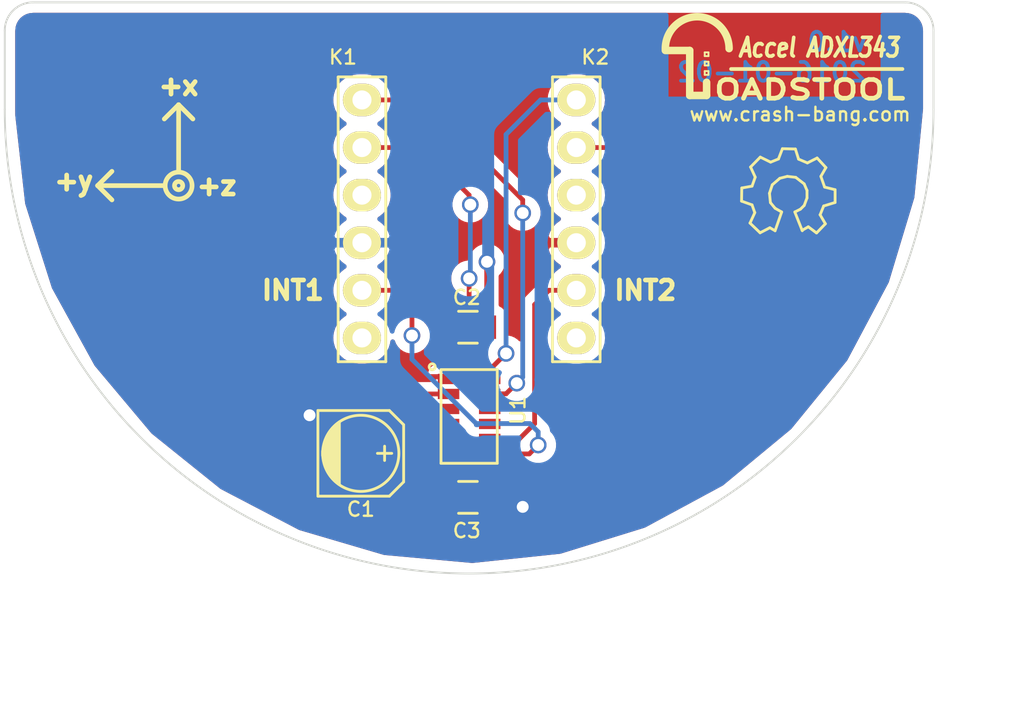
<source format=kicad_pcb>
(kicad_pcb (version 4) (host pcbnew "(2015-04-22 BZR 5620)-product")

  (general
    (links 17)
    (no_connects 0)
    (area 183.261 96.23 244.065097 136.144001)
    (thickness 1.6)
    (drawings 23)
    (tracks 77)
    (zones 0)
    (modules 8)
    (nets 16)
  )

  (page A4)
  (title_block
    (title "Toadstool CAP Template")
    (rev 1.0)
    (company "Crash-Bang Prototyping")
  )

  (layers
    (0 F.Cu signal)
    (31 B.Cu signal)
    (32 B.Adhes user)
    (33 F.Adhes user)
    (34 B.Paste user)
    (35 F.Paste user)
    (36 B.SilkS user)
    (37 F.SilkS user)
    (38 B.Mask user)
    (39 F.Mask user)
    (40 Dwgs.User user)
    (41 Cmts.User user)
    (42 Eco1.User user)
    (43 Eco2.User user)
    (44 Edge.Cuts user)
    (45 Margin user)
    (46 B.CrtYd user)
    (47 F.CrtYd user)
    (48 B.Fab user)
    (49 F.Fab user)
  )

  (setup
    (last_trace_width 0.254)
    (trace_clearance 0.254)
    (zone_clearance 0.508)
    (zone_45_only no)
    (trace_min 0.254)
    (segment_width 0.2)
    (edge_width 0.1)
    (via_size 0.889)
    (via_drill 0.635)
    (via_min_size 0.889)
    (via_min_drill 0.508)
    (uvia_size 0.508)
    (uvia_drill 0.127)
    (uvias_allowed no)
    (uvia_min_size 0.508)
    (uvia_min_drill 0.127)
    (pcb_text_width 0.3)
    (pcb_text_size 1.5 1.5)
    (mod_edge_width 0.2)
    (mod_text_size 1 1)
    (mod_text_width 0.15)
    (pad_size 1.7272 2.032)
    (pad_drill 1.016)
    (pad_to_mask_clearance 0)
    (aux_axis_origin 0 0)
    (visible_elements 7FFFFFFF)
    (pcbplotparams
      (layerselection 0x010e0_80000001)
      (usegerberextensions true)
      (excludeedgelayer true)
      (linewidth 0.100000)
      (plotframeref false)
      (viasonmask false)
      (mode 1)
      (useauxorigin false)
      (hpglpennumber 1)
      (hpglpenspeed 20)
      (hpglpendiameter 15)
      (hpglpenoverlay 2)
      (psnegative false)
      (psa4output false)
      (plotreference true)
      (plotvalue true)
      (plotinvisibletext false)
      (padsonsilk false)
      (subtractmaskfromsilk false)
      (outputformat 1)
      (mirror false)
      (drillshape 0)
      (scaleselection 1)
      (outputdirectory Gerber/))
  )

  (net 0 "")
  (net 1 GND)
  (net 2 VCC)
  (net 3 /MISO)
  (net 4 /SCK)
  (net 5 /SS2)
  (net 6 /SDA)
  (net 7 /TXD)
  (net 8 /MOSI)
  (net 9 /SS1)
  (net 10 /RST)
  (net 11 /SCL)
  (net 12 /RXD)
  (net 13 "Net-(U1-Pad10)")
  (net 14 "Net-(U1-Pad3)")
  (net 15 "Net-(U1-Pad11)")

  (net_class Default "This is the default net class."
    (clearance 0.254)
    (trace_width 0.254)
    (via_dia 0.889)
    (via_drill 0.635)
    (uvia_dia 0.508)
    (uvia_drill 0.127)
    (add_net /MISO)
    (add_net /MOSI)
    (add_net /RST)
    (add_net /RXD)
    (add_net /SCK)
    (add_net /SCL)
    (add_net /SDA)
    (add_net /SS1)
    (add_net /SS2)
    (add_net /TXD)
    (add_net GND)
    (add_net "Net-(U1-Pad10)")
    (add_net "Net-(U1-Pad11)")
    (add_net "Net-(U1-Pad3)")
    (add_net VCC)
  )

  (module Toadstool:Toadstool_Logo (layer F.Cu) (tedit 55311D85) (tstamp 54A98245)
    (at 225.044 101.092)
    (fp_text reference Toadstool_Logo (at 12.954 1.524) (layer F.SilkS) hide
      (effects (font (size 1 1) (thickness 0.15)))
    )
    (fp_text value LOGO** (at -0.254 -3.683) (layer F.SilkS) hide
      (effects (font (size 1 1) (thickness 0.15)))
    )
    (fp_line (start -4.2 0.2) (end -4.2 0) (layer F.SilkS) (width 0.1))
    (fp_line (start -4.2 0) (end -4 0) (layer F.SilkS) (width 0.1))
    (fp_line (start -4 0) (end -4 0.2) (layer F.SilkS) (width 0.1))
    (fp_line (start -4 0.2) (end -4.2 0.2) (layer F.SilkS) (width 0.1))
    (fp_line (start -4.2 0.7) (end -4.2 0.5) (layer F.SilkS) (width 0.1))
    (fp_line (start -4.2 0.5) (end -4 0.5) (layer F.SilkS) (width 0.1))
    (fp_line (start -4 0.5) (end -4 0.7) (layer F.SilkS) (width 0.1))
    (fp_line (start -4 0.7) (end -4.2 0.7) (layer F.SilkS) (width 0.1))
    (fp_line (start -4.2 1.2) (end -4.2 1) (layer F.SilkS) (width 0.1))
    (fp_line (start -4.2 1) (end -4 1) (layer F.SilkS) (width 0.1))
    (fp_line (start -4 1) (end -4 1.2) (layer F.SilkS) (width 0.1))
    (fp_line (start -4 1.2) (end -4.2 1.2) (layer F.SilkS) (width 0.1))
    (fp_text user OADSTOOL (at 1.4 2) (layer F.SilkS)
      (effects (font (size 1 1.35) (thickness 0.25)))
    )
    (fp_line (start -5 2.3) (end -4.1 2.3) (layer F.SilkS) (width 0.4))
    (fp_line (start -4.1 2.3) (end -4.1 1.6) (layer F.SilkS) (width 0.4))
    (fp_line (start -5 -0.1) (end -5 2.3) (layer F.SilkS) (width 0.4))
    (fp_line (start -6.3 -0.1) (end -5 -0.1) (layer F.SilkS) (width 0.4))
    (fp_arc (start -4.6 -0.2) (end -6.3 -0.2) (angle 180) (layer F.SilkS) (width 0.4))
  )

  (module Toadstool:Socket_Strip_Stackable_1x06 (layer F.Cu) (tedit 55C1B6FD) (tstamp 55178E1B)
    (at 202.565 103.632 270)
    (descr "Through hole socket strip")
    (tags "socket strip")
    (path /5511B90D)
    (fp_text reference K1 (at -2.286 1.016 360) (layer F.SilkS)
      (effects (font (size 0.762 0.762) (thickness 0.125)))
    )
    (fp_text value CAP_CONN_LHS (at 6.604 2.54 270) (layer F.SilkS) hide
      (effects (font (size 1 1) (thickness 0.15)))
    )
    (fp_line (start -1.75 -1.75) (end -1.75 1.75) (layer F.CrtYd) (width 0.05))
    (fp_line (start 14.45 -1.75) (end 14.45 1.75) (layer F.CrtYd) (width 0.05))
    (fp_line (start -1.75 -1.75) (end 14.45 -1.75) (layer F.CrtYd) (width 0.05))
    (fp_line (start -1.75 1.75) (end 14.45 1.75) (layer F.CrtYd) (width 0.05))
    (fp_line (start -1.22 1.27) (end 13.97 1.27) (layer F.SilkS) (width 0.15))
    (fp_line (start 13.97 1.27) (end 13.97 -1.27) (layer F.SilkS) (width 0.15))
    (fp_line (start 13.97 -1.27) (end -1.22 -1.27) (layer F.SilkS) (width 0.15))
    (fp_line (start -1.23 1.27) (end -1.23 -1.27) (layer F.SilkS) (width 0.15))
    (pad 1 thru_hole oval (at 0 0 270) (size 1.7272 2.032) (drill 1.016) (layers *.Cu *.Mask F.SilkS)
      (net 3 /MISO))
    (pad 2 thru_hole oval (at 2.54 0 270) (size 1.7272 2.032) (drill 1.016) (layers *.Cu *.Mask F.SilkS)
      (net 4 /SCK))
    (pad 3 thru_hole oval (at 5.08 0 270) (size 1.7272 2.032) (drill 1.016) (layers *.Cu *.Mask F.SilkS)
      (net 5 /SS2))
    (pad 4 thru_hole oval (at 7.62 0 270) (size 1.7272 2.032) (drill 1.016) (layers *.Cu *.Mask F.SilkS)
      (net 1 GND))
    (pad 5 thru_hole oval (at 10.16 0 270) (size 1.7272 2.032) (drill 1.016) (layers *.Cu *.Mask F.SilkS)
      (net 6 /SDA))
    (pad 6 thru_hole oval (at 12.7 0 270) (size 1.7272 2.032) (drill 1.016) (layers *.Cu *.Mask F.SilkS)
      (net 7 /TXD))
    (model "E:/OneDrive/KiCad Projects/3D Components/Socket_Strip_Stackable_1x06.wrl"
      (at (xyz 0.25 0 0))
      (scale (xyz 1 1 1))
      (rotate (xyz 0 0 180))
    )
  )

  (module Toadstool:Socket_Strip_Stackable_1x06 (layer F.Cu) (tedit 55334861) (tstamp 5511AFBD)
    (at 213.995 103.632 270)
    (descr "Through hole socket strip")
    (tags "socket strip")
    (path /5511B5B6)
    (fp_text reference K2 (at -2.286 -1.016 360) (layer F.SilkS)
      (effects (font (size 0.762 0.762) (thickness 0.125)))
    )
    (fp_text value CAP_CONN_RHS (at 6.35 -2.794 270) (layer F.SilkS) hide
      (effects (font (size 1 1) (thickness 0.15)))
    )
    (fp_line (start -1.75 -1.75) (end -1.75 1.75) (layer F.CrtYd) (width 0.05))
    (fp_line (start 14.45 -1.75) (end 14.45 1.75) (layer F.CrtYd) (width 0.05))
    (fp_line (start -1.75 -1.75) (end 14.45 -1.75) (layer F.CrtYd) (width 0.05))
    (fp_line (start -1.75 1.75) (end 14.45 1.75) (layer F.CrtYd) (width 0.05))
    (fp_line (start -1.22 1.27) (end 13.97 1.27) (layer F.SilkS) (width 0.15))
    (fp_line (start 13.97 1.27) (end 13.97 -1.27) (layer F.SilkS) (width 0.15))
    (fp_line (start 13.97 -1.27) (end -1.22 -1.27) (layer F.SilkS) (width 0.15))
    (fp_line (start -1.23 1.27) (end -1.23 -1.27) (layer F.SilkS) (width 0.15))
    (pad 1 thru_hole oval (at 0 0 270) (size 1.7272 2.032) (drill 1.016) (layers *.Cu *.Mask F.SilkS)
      (net 8 /MOSI))
    (pad 2 thru_hole oval (at 2.54 0 270) (size 1.7272 2.032) (drill 1.016) (layers *.Cu *.Mask F.SilkS)
      (net 9 /SS1))
    (pad 3 thru_hole oval (at 5.08 0 270) (size 1.7272 2.032) (drill 1.016) (layers *.Cu *.Mask F.SilkS)
      (net 10 /RST))
    (pad 4 thru_hole oval (at 7.62 0 270) (size 1.7272 2.032) (drill 1.016) (layers *.Cu *.Mask F.SilkS)
      (net 2 VCC))
    (pad 5 thru_hole oval (at 10.16 0 270) (size 1.7272 2.032) (drill 1.016) (layers *.Cu *.Mask F.SilkS)
      (net 11 /SCL))
    (pad 6 thru_hole oval (at 12.7 0 270) (size 1.7272 2.032) (drill 1.016) (layers *.Cu *.Mask F.SilkS)
      (net 12 /RXD))
    (model "E:/OneDrive/KiCad Projects/3D Components/Socket_Strip_Stackable_1x06.wrl"
      (at (xyz 0.25 0 0))
      (scale (xyz 1 1 1))
      (rotate (xyz 0 0 180))
    )
  )

  (module Toadstool:c_elec_4x5.3 (layer F.Cu) (tedit 55C1B6F6) (tstamp 55BF7171)
    (at 202.5015 122.4915)
    (descr "SMT capacitor, aluminium electrolytic, 4x5.3")
    (path /55BF6765)
    (fp_text reference C1 (at 0 2.9845) (layer F.SilkS)
      (effects (font (size 0.762 0.762) (thickness 0.127)))
    )
    (fp_text value 10uF (at -0.254 5.08) (layer F.Fab) hide
      (effects (font (size 1 1) (thickness 0.15)))
    )
    (fp_line (start 1.651 0) (end 0.889 0) (layer F.SilkS) (width 0.15))
    (fp_line (start 1.27 -0.381) (end 1.27 0.381) (layer F.SilkS) (width 0.15))
    (fp_line (start 1.524 2.286) (end -2.286 2.286) (layer F.SilkS) (width 0.15))
    (fp_line (start 2.286 -1.524) (end 2.286 1.524) (layer F.SilkS) (width 0.15))
    (fp_line (start 1.524 2.286) (end 2.286 1.524) (layer F.SilkS) (width 0.15))
    (fp_line (start 1.524 -2.286) (end -2.286 -2.286) (layer F.SilkS) (width 0.15))
    (fp_line (start 1.524 -2.286) (end 2.286 -1.524) (layer F.SilkS) (width 0.15))
    (fp_line (start -2.032 0.127) (end -2.032 -0.127) (layer F.SilkS) (width 0.15))
    (fp_line (start -1.905 -0.635) (end -1.905 0.635) (layer F.SilkS) (width 0.15))
    (fp_line (start -1.778 0.889) (end -1.778 -0.889) (layer F.SilkS) (width 0.15))
    (fp_line (start -1.651 1.143) (end -1.651 -1.143) (layer F.SilkS) (width 0.15))
    (fp_line (start -1.524 -1.27) (end -1.524 1.27) (layer F.SilkS) (width 0.15))
    (fp_line (start -1.397 1.397) (end -1.397 -1.397) (layer F.SilkS) (width 0.15))
    (fp_line (start -1.27 -1.524) (end -1.27 1.524) (layer F.SilkS) (width 0.15))
    (fp_line (start -1.143 -1.651) (end -1.143 1.651) (layer F.SilkS) (width 0.15))
    (fp_circle (center 0 0) (end -2.032 0) (layer F.SilkS) (width 0.15))
    (fp_line (start -2.286 -2.286) (end -2.286 2.286) (layer F.SilkS) (width 0.15))
    (pad 1 smd rect (at 1.80086 0) (size 2.60096 1.6002) (layers F.Cu F.Paste F.Mask)
      (net 2 VCC))
    (pad 2 smd rect (at -1.80086 0) (size 2.60096 1.6002) (layers F.Cu F.Paste F.Mask)
      (net 1 GND))
    (model Capacitors_SMD/c_elec_4x5_3.wrl
      (at (xyz 0 0 0))
      (scale (xyz 1 1 1))
      (rotate (xyz 0 0 0))
    )
  )

  (module Capacitors_SMD:C_0805 (layer F.Cu) (tedit 55C1B6BC) (tstamp 55BF7177)
    (at 208.2165 115.7605 180)
    (descr "Capacitor SMD 0805, reflow soldering, AVX (see smccp.pdf)")
    (tags "capacitor 0805")
    (path /55BF682C)
    (attr smd)
    (fp_text reference C2 (at 0.0635 1.5875 180) (layer F.SilkS)
      (effects (font (size 0.762 0.762) (thickness 0.127)))
    )
    (fp_text value 0.1uF (at 0 2.1 180) (layer F.Fab) hide
      (effects (font (size 1 1) (thickness 0.15)))
    )
    (fp_line (start -1.8 -1) (end 1.8 -1) (layer F.CrtYd) (width 0.05))
    (fp_line (start -1.8 1) (end 1.8 1) (layer F.CrtYd) (width 0.05))
    (fp_line (start -1.8 -1) (end -1.8 1) (layer F.CrtYd) (width 0.05))
    (fp_line (start 1.8 -1) (end 1.8 1) (layer F.CrtYd) (width 0.05))
    (fp_line (start 0.5 -0.85) (end -0.5 -0.85) (layer F.SilkS) (width 0.15))
    (fp_line (start -0.5 0.85) (end 0.5 0.85) (layer F.SilkS) (width 0.15))
    (pad 1 smd rect (at -1 0 180) (size 1 1.25) (layers F.Cu F.Paste F.Mask)
      (net 1 GND))
    (pad 2 smd rect (at 1 0 180) (size 1 1.25) (layers F.Cu F.Paste F.Mask)
      (net 2 VCC))
    (model Capacitors_SMD.3dshapes/C_0805.wrl
      (at (xyz 0 0 0))
      (scale (xyz 1 1 1))
      (rotate (xyz 0 0 0))
    )
  )

  (module Capacitors_SMD:C_0805 (layer F.Cu) (tedit 55C1B6DA) (tstamp 55BF717D)
    (at 208.2165 124.841)
    (descr "Capacitor SMD 0805, reflow soldering, AVX (see smccp.pdf)")
    (tags "capacitor 0805")
    (path /55BF6B66)
    (attr smd)
    (fp_text reference C3 (at -0.0635 1.778) (layer F.SilkS)
      (effects (font (size 0.762 0.762) (thickness 0.127)))
    )
    (fp_text value 0.1uF (at 0.1905 3.8735) (layer F.Fab) hide
      (effects (font (size 1 1) (thickness 0.15)))
    )
    (fp_line (start -1.8 -1) (end 1.8 -1) (layer F.CrtYd) (width 0.05))
    (fp_line (start -1.8 1) (end 1.8 1) (layer F.CrtYd) (width 0.05))
    (fp_line (start -1.8 -1) (end -1.8 1) (layer F.CrtYd) (width 0.05))
    (fp_line (start 1.8 -1) (end 1.8 1) (layer F.CrtYd) (width 0.05))
    (fp_line (start 0.5 -0.85) (end -0.5 -0.85) (layer F.SilkS) (width 0.15))
    (fp_line (start -0.5 0.85) (end 0.5 0.85) (layer F.SilkS) (width 0.15))
    (pad 1 smd rect (at -1 0) (size 1 1.25) (layers F.Cu F.Paste F.Mask)
      (net 2 VCC))
    (pad 2 smd rect (at 1 0) (size 1 1.25) (layers F.Cu F.Paste F.Mask)
      (net 1 GND))
    (model Capacitors_SMD.3dshapes/C_0805.wrl
      (at (xyz 0 0 0))
      (scale (xyz 1 1 1))
      (rotate (xyz 0 0 0))
    )
  )

  (module Toadstool:ADXL343-LGA-14 (layer F.Cu) (tedit 55C1B711) (tstamp 55BF719F)
    (at 208.28 120.523 270)
    (descr "ADXL343 LGA 14")
    (tags "ADXL343 LGA 14")
    (path /55BF614B)
    (attr smd)
    (fp_text reference U1 (at -0.3175 -2.6035 270) (layer F.SilkS)
      (effects (font (size 0.762 0.762) (thickness 0.127)))
    )
    (fp_text value ADXL343 (at -1 3.3 270) (layer F.SilkS) hide
      (effects (font (size 0.762 0.762) (thickness 0.15)))
    )
    (fp_text user +z (at 7.493 0.127 360) (layer Eco1.User)
      (effects (font (size 0.762 0.762) (thickness 0.15)))
    )
    (fp_text user +y (at 5.4 2.1 360) (layer Eco1.User)
      (effects (font (size 0.762 0.762) (thickness 0.15)))
    )
    (fp_text user +x (at 3.6 0.1 360) (layer Eco1.User)
      (effects (font (size 0.762 0.762) (thickness 0.15)))
    )
    (fp_line (start 6.5 2.5) (end 6.9 2.1) (layer Eco1.User) (width 0.15))
    (fp_line (start 6.5 2.5) (end 6.1 2.1) (layer Eco1.User) (width 0.15))
    (fp_line (start 4.1 0.1) (end 4.5 0.5) (layer Eco1.User) (width 0.15))
    (fp_line (start 4.1 0.1) (end 4.5 -0.3) (layer Eco1.User) (width 0.15))
    (fp_line (start 6.5 0.5) (end 6.5 2.5) (layer Eco1.User) (width 0.15))
    (fp_line (start 6.1 0.1) (end 4.1 0.1) (layer Eco1.User) (width 0.15))
    (fp_circle (center 6.5 0.1) (end 6.55 0.15) (layer Eco1.User) (width 0.15))
    (fp_circle (center 6.5 0.1) (end 6.7 0.4) (layer Eco1.User) (width 0.15))
    (fp_circle (center -2.65 1.97) (end -2.57 2.11) (layer F.SilkS) (width 0.15))
    (fp_line (start -2.5 -1.5) (end 2.5 -1.5) (layer F.SilkS) (width 0.15))
    (fp_line (start 2.5 -1.5) (end 2.5 1.5) (layer F.SilkS) (width 0.15))
    (fp_line (start 2.5 1.5) (end -2.5 1.5) (layer F.SilkS) (width 0.15))
    (fp_line (start -2.5 1.5) (end -2.5 -1.5) (layer F.SilkS) (width 0.15))
    (pad 1 smd rect (at -2 1.0975 270) (size 0.55 1.145) (layers F.Cu F.Paste F.Mask)
      (net 2 VCC))
    (pad 6 smd rect (at 2 1.0975 270) (size 0.55 1.145) (layers F.Cu F.Paste F.Mask)
      (net 2 VCC))
    (pad 14 smd rect (at -2.0975 0 270) (size 1.145 0.55) (layers F.Cu F.Paste F.Mask)
      (net 4 /SCK))
    (pad 2 smd rect (at -1.2 1.0975 270) (size 0.55 1.145) (layers F.Cu F.Paste F.Mask)
      (net 1 GND))
    (pad 5 smd rect (at 1.2 1.0975 270) (size 0.55 1.145) (layers F.Cu F.Paste F.Mask)
      (net 1 GND))
    (pad 4 smd rect (at 0.4 1.0975 270) (size 0.55 1.145) (layers F.Cu F.Paste F.Mask)
      (net 1 GND))
    (pad 13 smd rect (at -2 -1.0975 270) (size 0.55 1.145) (layers F.Cu F.Paste F.Mask)
      (net 8 /MOSI))
    (pad 8 smd rect (at 2 -1.0975 270) (size 0.55 1.145) (layers F.Cu F.Paste F.Mask)
      (net 6 /SDA))
    (pad 12 smd rect (at -1.2 -1.0975 270) (size 0.55 1.145) (layers F.Cu F.Paste F.Mask)
      (net 3 /MISO))
    (pad 9 smd rect (at 1.2 -1.0975 270) (size 0.55 1.145) (layers F.Cu F.Paste F.Mask)
      (net 11 /SCL))
    (pad 10 smd rect (at 0.4 -1.0975 270) (size 0.55 1.145) (layers F.Cu F.Paste F.Mask)
      (net 13 "Net-(U1-Pad10)"))
    (pad 3 smd rect (at -0.4 1.0975 270) (size 0.55 1.145) (layers F.Cu F.Paste F.Mask)
      (net 14 "Net-(U1-Pad3)"))
    (pad 11 smd rect (at -0.4 -1.0975 270) (size 0.55 1.145) (layers F.Cu F.Paste F.Mask)
      (net 15 "Net-(U1-Pad11)"))
    (pad 7 smd rect (at 2.0975 0 270) (size 1.145 0.55) (layers F.Cu F.Paste F.Mask)
      (net 9 /SS1))
  )

  (module Toadstool:Symbol_OSHW-Logo_SilkScreen (layer F.Cu) (tedit 55184E39) (tstamp 568CBA43)
    (at 225.298 108.712)
    (descr "Symbol, OSHW-Logo, Silk Screen,")
    (tags "Symbol, OSHW-Logo, Silk Screen,")
    (fp_text reference REF** (at -0.127 -3.302) (layer F.SilkS) hide
      (effects (font (size 1 1) (thickness 0.15)))
    )
    (fp_text value Symbol_OSHW-Logo_SilkScreen (at 0 3.175) (layer F.Fab) hide
      (effects (font (size 1 1) (thickness 0.15)))
    )
    (fp_line (start -1.78054 0.92964) (end -2.03962 1.49098) (layer F.SilkS) (width 0.15))
    (fp_line (start -2.03962 1.49098) (end -1.50114 2.00914) (layer F.SilkS) (width 0.15))
    (fp_line (start -1.50114 2.00914) (end -0.98044 1.7399) (layer F.SilkS) (width 0.15))
    (fp_line (start -0.98044 1.7399) (end -0.70104 1.89992) (layer F.SilkS) (width 0.15))
    (fp_line (start 0.73914 1.8796) (end 1.06934 1.6891) (layer F.SilkS) (width 0.15))
    (fp_line (start 1.06934 1.6891) (end 1.50876 2.0193) (layer F.SilkS) (width 0.15))
    (fp_line (start 1.50876 2.0193) (end 1.9812 1.52908) (layer F.SilkS) (width 0.15))
    (fp_line (start 1.9812 1.52908) (end 1.69926 1.04902) (layer F.SilkS) (width 0.15))
    (fp_line (start 1.69926 1.04902) (end 1.88976 0.57912) (layer F.SilkS) (width 0.15))
    (fp_line (start 1.88976 0.57912) (end 2.49936 0.39116) (layer F.SilkS) (width 0.15))
    (fp_line (start 2.49936 0.39116) (end 2.49936 -0.28956) (layer F.SilkS) (width 0.15))
    (fp_line (start 2.49936 -0.28956) (end 1.94056 -0.42926) (layer F.SilkS) (width 0.15))
    (fp_line (start 1.94056 -0.42926) (end 1.7399 -1.00076) (layer F.SilkS) (width 0.15))
    (fp_line (start 1.7399 -1.00076) (end 2.00914 -1.47066) (layer F.SilkS) (width 0.15))
    (fp_line (start 2.00914 -1.47066) (end 1.53924 -1.9812) (layer F.SilkS) (width 0.15))
    (fp_line (start 1.53924 -1.9812) (end 1.02108 -1.71958) (layer F.SilkS) (width 0.15))
    (fp_line (start 1.02108 -1.71958) (end 0.55118 -1.92024) (layer F.SilkS) (width 0.15))
    (fp_line (start 0.55118 -1.92024) (end 0.381 -2.46126) (layer F.SilkS) (width 0.15))
    (fp_line (start 0.381 -2.46126) (end -0.30988 -2.47904) (layer F.SilkS) (width 0.15))
    (fp_line (start -0.30988 -2.47904) (end -0.5207 -1.9304) (layer F.SilkS) (width 0.15))
    (fp_line (start -0.5207 -1.9304) (end -0.9398 -1.76022) (layer F.SilkS) (width 0.15))
    (fp_line (start -0.9398 -1.76022) (end -1.49098 -2.02946) (layer F.SilkS) (width 0.15))
    (fp_line (start -1.49098 -2.02946) (end -2.00914 -1.50114) (layer F.SilkS) (width 0.15))
    (fp_line (start -2.00914 -1.50114) (end -1.76022 -0.96012) (layer F.SilkS) (width 0.15))
    (fp_line (start -1.76022 -0.96012) (end -1.9304 -0.48006) (layer F.SilkS) (width 0.15))
    (fp_line (start -1.9304 -0.48006) (end -2.47904 -0.381) (layer F.SilkS) (width 0.15))
    (fp_line (start -2.47904 -0.381) (end -2.4892 0.32004) (layer F.SilkS) (width 0.15))
    (fp_line (start -2.4892 0.32004) (end -1.9304 0.5207) (layer F.SilkS) (width 0.15))
    (fp_line (start -1.9304 0.5207) (end -1.7907 0.91948) (layer F.SilkS) (width 0.15))
    (fp_line (start 0.35052 0.89916) (end 0.65024 0.7493) (layer F.SilkS) (width 0.15))
    (fp_line (start 0.65024 0.7493) (end 0.8509 0.55118) (layer F.SilkS) (width 0.15))
    (fp_line (start 0.8509 0.55118) (end 1.00076 0.14986) (layer F.SilkS) (width 0.15))
    (fp_line (start 1.00076 0.14986) (end 1.00076 -0.24892) (layer F.SilkS) (width 0.15))
    (fp_line (start 1.00076 -0.24892) (end 0.8509 -0.59944) (layer F.SilkS) (width 0.15))
    (fp_line (start 0.8509 -0.59944) (end 0.39878 -0.94996) (layer F.SilkS) (width 0.15))
    (fp_line (start 0.39878 -0.94996) (end -0.0508 -1.00076) (layer F.SilkS) (width 0.15))
    (fp_line (start -0.0508 -1.00076) (end -0.44958 -0.89916) (layer F.SilkS) (width 0.15))
    (fp_line (start -0.44958 -0.89916) (end -0.8509 -0.55118) (layer F.SilkS) (width 0.15))
    (fp_line (start -0.8509 -0.55118) (end -1.00076 -0.09906) (layer F.SilkS) (width 0.15))
    (fp_line (start -1.00076 -0.09906) (end -0.94996 0.39878) (layer F.SilkS) (width 0.15))
    (fp_line (start -0.94996 0.39878) (end -0.70104 0.70104) (layer F.SilkS) (width 0.15))
    (fp_line (start -0.70104 0.70104) (end -0.35052 0.89916) (layer F.SilkS) (width 0.15))
    (fp_line (start -0.35052 0.89916) (end -0.70104 1.89992) (layer F.SilkS) (width 0.15))
    (fp_line (start 0.35052 0.89916) (end 0.7493 1.89992) (layer F.SilkS) (width 0.15))
  )

  (gr_text INT2 (at 217.678 113.792) (layer F.SilkS)
    (effects (font (size 1 1) (thickness 0.25)))
  )
  (gr_text INT1 (at 198.882 113.792) (layer F.SilkS)
    (effects (font (size 1 1) (thickness 0.25)))
  )
  (gr_text +x (at 192.786 102.87) (layer F.SilkS)
    (effects (font (size 1 1) (thickness 0.25)))
  )
  (gr_text +y (at 187.198 107.95) (layer F.SilkS)
    (effects (font (size 1 1) (thickness 0.25)))
  )
  (gr_text +z (at 194.818 108.204) (layer F.SilkS)
    (effects (font (size 1 1) (thickness 0.25)))
  )
  (gr_line (start 188.468 108.204) (end 189.23 108.966) (angle 90) (layer F.SilkS) (width 0.25))
  (gr_line (start 188.468 108.204) (end 189.23 107.442) (angle 90) (layer F.SilkS) (width 0.25))
  (gr_line (start 192.786 103.886) (end 193.548 104.648) (angle 90) (layer F.SilkS) (width 0.25))
  (gr_line (start 192.786 103.886) (end 192.024 104.648) (angle 90) (layer F.SilkS) (width 0.25))
  (gr_line (start 192.024 108.204) (end 188.468 108.204) (angle 90) (layer F.SilkS) (width 0.25))
  (gr_line (start 192.786 107.442) (end 192.786 103.886) (angle 90) (layer F.SilkS) (width 0.25))
  (gr_circle (center 192.786 108.204) (end 192.786 108.424) (layer F.SilkS) (width 0.25))
  (gr_circle (center 192.786 108.204) (end 193.294 108.712) (layer F.SilkS) (width 0.25))
  (gr_line (start 222.25 101.981) (end 231.386 101.981) (angle 90) (layer F.SilkS) (width 0.2) (tstamp 54A98297))
  (gr_arc (start 231.545 99.925) (end 231.545 98.425) (angle 90) (layer Edge.Cuts) (width 0.1))
  (gr_arc (start 185.015 99.925) (end 183.515 99.925) (angle 90) (layer Edge.Cuts) (width 0.1) (tstamp 54A8ED23))
  (gr_text "v1.0\n2016-01-02" (at 229.616 101.346) (layer B.Cu) (tstamp 550FF1AB)
    (effects (font (size 1 1) (thickness 0.2)) (justify left mirror))
  )
  (gr_text www.crash-bang.com (at 219.964 104.394) (layer F.SilkS)
    (effects (font (size 0.729 0.729) (thickness 0.127)) (justify left))
  )
  (gr_text "Accel ADXL343" (at 231.3305 100.838) (layer F.SilkS) (tstamp 550FF192)
    (effects (font (size 1 0.762) (thickness 0.1905) italic) (justify right))
  )
  (gr_line (start 183.515 99.925) (end 183.515 104.14) (angle 90) (layer Edge.Cuts) (width 0.1) (tstamp 54A8E670))
  (gr_line (start 233.045 99.925) (end 233.045 104.14) (angle 90) (layer Edge.Cuts) (width 0.1))
  (gr_arc (start 208.28 104.14) (end 233.045 104.14) (angle 180) (layer Edge.Cuts) (width 0.1) (tstamp 54794431))
  (gr_line (start 231.545 98.425) (end 185.015 98.425) (angle 90) (layer Edge.Cuts) (width 0.1) (tstamp 54A8EBDB))

  (segment (start 210.6295 124.841) (end 211.1375 125.349) (width 0.254) (layer F.Cu) (net 1) (tstamp 55C1B47C))
  (via (at 211.1375 125.349) (size 0.889) (layers F.Cu B.Cu) (net 1))
  (segment (start 209.2165 124.841) (end 210.6295 124.841) (width 0.254) (layer F.Cu) (net 1))
  (segment (start 200.9075 119.323) (end 199.771 120.4595) (width 0.254) (layer F.Cu) (net 1) (tstamp 55C1B498))
  (segment (start 200.70064 121.38914) (end 200.70064 122.4915) (width 0.254) (layer F.Cu) (net 1))
  (via (at 199.771 120.4595) (size 0.889) (layers F.Cu B.Cu) (net 1))
  (segment (start 200.70064 121.38914) (end 199.771 120.4595) (width 0.254) (layer F.Cu) (net 1) (tstamp 55C1B46C))
  (segment (start 204.413 119.323) (end 200.9075 119.323) (width 0.254) (layer F.Cu) (net 1) (tstamp 55C1B4AC))
  (segment (start 207.1825 119.323) (end 204.413 119.323) (width 0.254) (layer F.Cu) (net 1))
  (segment (start 206.013 120.923) (end 204.413 119.323) (width 0.254) (layer F.Cu) (net 1) (tstamp 55C1B4A5))
  (segment (start 207.1825 120.923) (end 206.013 120.923) (width 0.254) (layer F.Cu) (net 1))
  (segment (start 207.1825 121.723) (end 206.813 121.723) (width 0.254) (layer F.Cu) (net 1))
  (segment (start 206.4955 121.723) (end 206.013 121.2405) (width 0.254) (layer F.Cu) (net 1) (tstamp 55C1B4CC))
  (segment (start 206.013 121.2405) (end 206.013 120.923) (width 0.254) (layer F.Cu) (net 1) (tstamp 55C1B4D2))
  (segment (start 207.1825 121.723) (end 206.4955 121.723) (width 0.254) (layer F.Cu) (net 1))
  (segment (start 209.2165 112.284) (end 209.2325 112.268) (width 0.254) (layer F.Cu) (net 1) (tstamp 55C1B50B))
  (via (at 209.2325 112.268) (size 0.889) (layers F.Cu B.Cu) (net 1))
  (segment (start 209.2165 115.7605) (end 209.2165 112.284) (width 0.254) (layer F.Cu) (net 1))
  (segment (start 207.2165 122.557) (end 207.1825 122.523) (width 0.254) (layer F.Cu) (net 2) (tstamp 55C1B386))
  (segment (start 207.2165 124.841) (end 207.2165 122.557) (width 0.254) (layer F.Cu) (net 2))
  (segment (start 204.33386 122.523) (end 204.30236 122.4915) (width 0.254) (layer F.Cu) (net 2) (tstamp 55C1B38B))
  (segment (start 207.1825 122.523) (end 204.33386 122.523) (width 0.254) (layer F.Cu) (net 2))
  (segment (start 207.2165 118.489) (end 207.1825 118.523) (width 0.254) (layer F.Cu) (net 2) (tstamp 55C1B394))
  (segment (start 207.2165 115.7605) (end 207.2165 118.489) (width 0.254) (layer F.Cu) (net 2))
  (segment (start 211.1375 108.966) (end 205.8035 103.632) (width 0.254) (layer F.Cu) (net 3) (tstamp 55C1B209))
  (segment (start 205.8035 103.632) (end 202.565 103.632) (width 0.254) (layer F.Cu) (net 3) (tstamp 55C1B211))
  (segment (start 211.1375 109.6645) (end 211.1375 108.966) (width 0.254) (layer F.Cu) (net 3) (tstamp 55C1B42E))
  (via (at 211.1375 109.6645) (size 0.889) (layers F.Cu B.Cu) (net 3))
  (segment (start 211.1375 118.4275) (end 211.1375 109.6645) (width 0.254) (layer B.Cu) (net 3) (tstamp 55C1B41F))
  (segment (start 210.82 118.745) (end 211.1375 118.4275) (width 0.254) (layer B.Cu) (net 3) (tstamp 55C1B41E))
  (via (at 210.82 118.745) (size 0.889) (layers F.Cu B.Cu) (net 3))
  (segment (start 210.2485 119.3165) (end 210.82 118.745) (width 0.254) (layer F.Cu) (net 3) (tstamp 55C1B418))
  (segment (start 209.384 119.3165) (end 210.2485 119.3165) (width 0.254) (layer F.Cu) (net 3) (tstamp 55C1B415))
  (segment (start 209.3775 119.323) (end 209.384 119.3165) (width 0.254) (layer F.Cu) (net 3))
  (via (at 208.28 113.157) (size 0.889) (layers F.Cu B.Cu) (net 4))
  (segment (start 208.28 113.157) (end 208.3435 113.0935) (width 0.254) (layer B.Cu) (net 4) (tstamp 55C1B44A))
  (segment (start 208.3435 113.0935) (end 208.3435 109.22) (width 0.254) (layer B.Cu) (net 4) (tstamp 55C1B44B))
  (via (at 208.3435 109.22) (size 0.889) (layers F.Cu B.Cu) (net 4))
  (segment (start 208.3435 109.22) (end 208.28 109.1565) (width 0.254) (layer F.Cu) (net 4) (tstamp 55C1B450))
  (segment (start 208.28 109.1565) (end 208.28 108.712) (width 0.254) (layer F.Cu) (net 4) (tstamp 55C1B451))
  (segment (start 205.74 106.172) (end 202.565 106.172) (width 0.254) (layer F.Cu) (net 4) (tstamp 55C1B128))
  (segment (start 208.28 108.712) (end 205.74 106.172) (width 0.254) (layer F.Cu) (net 4) (tstamp 55C1B119))
  (segment (start 208.28 118.4255) (end 208.28 113.157) (width 0.254) (layer F.Cu) (net 4))
  (segment (start 208.7245 120.9675) (end 208.661 120.9675) (width 0.254) (layer B.Cu) (net 6) (tstamp 55C1B2EC))
  (segment (start 205.232 117.475) (end 205.232 116.205) (width 0.254) (layer B.Cu) (net 6) (tstamp 55C1B317))
  (via (at 205.232 116.205) (size 0.889) (layers F.Cu B.Cu) (net 6))
  (segment (start 205.232 116.205) (end 205.232 114.681) (width 0.254) (layer F.Cu) (net 6) (tstamp 55C1B32C))
  (segment (start 205.232 114.681) (end 204.343 113.792) (width 0.254) (layer F.Cu) (net 6) (tstamp 55C1B32D))
  (segment (start 204.343 113.792) (end 202.565 113.792) (width 0.254) (layer F.Cu) (net 6) (tstamp 55C1B32E))
  (segment (start 208.661 120.904) (end 205.232 117.475) (width 0.254) (layer B.Cu) (net 6) (tstamp 55C1B34E))
  (segment (start 208.7245 120.9675) (end 208.661 120.904) (width 0.254) (layer B.Cu) (net 6))
  (segment (start 211.963 121.3485) (end 211.5185 120.904) (width 0.254) (layer B.Cu) (net 6) (tstamp 55C1B344))
  (segment (start 211.5185 120.904) (end 208.661 120.904) (width 0.254) (layer B.Cu) (net 6) (tstamp 55C1B349))
  (segment (start 209.3775 122.523) (end 211.487 122.523) (width 0.254) (layer F.Cu) (net 6))
  (via (at 211.963 122.047) (size 0.889) (layers F.Cu B.Cu) (net 6))
  (segment (start 211.487 122.523) (end 211.963 122.047) (width 0.254) (layer F.Cu) (net 6) (tstamp 55C1B2AA))
  (segment (start 211.963 122.047) (end 211.963 121.3485) (width 0.254) (layer B.Cu) (net 6))
  (segment (start 210.2485 109.474) (end 210.2485 105.4735) (width 0.254) (layer B.Cu) (net 8) (tstamp 55C1B3C7))
  (segment (start 210.2485 105.4735) (end 210.693 105.029) (width 0.254) (layer B.Cu) (net 8) (tstamp 55C1B3D3))
  (segment (start 209.3775 118.0285) (end 209.3775 118.523) (width 0.254) (layer F.Cu) (net 8))
  (segment (start 213.995 103.632) (end 212.09 103.632) (width 0.254) (layer B.Cu) (net 8) (tstamp 55C1B1EA))
  (segment (start 210.693 105.029) (end 212.09 103.632) (width 0.254) (layer B.Cu) (net 8) (tstamp 55C1B1E5))
  (via (at 210.2485 117.1575) (size 0.889) (layers F.Cu B.Cu) (net 8))
  (segment (start 209.3775 118.0285) (end 210.2485 117.1575) (width 0.254) (layer F.Cu) (net 8) (tstamp 55C1B1C7))
  (segment (start 210.2485 117.1575) (end 210.2485 109.474) (width 0.254) (layer B.Cu) (net 8))
  (segment (start 208.28 123.317) (end 208.661 123.698) (width 0.254) (layer F.Cu) (net 9) (tstamp 55C1B35E))
  (segment (start 208.661 123.698) (end 212.598 123.698) (width 0.254) (layer F.Cu) (net 9) (tstamp 55C1B361))
  (segment (start 212.598 123.698) (end 216.3445 119.9515) (width 0.254) (layer F.Cu) (net 9) (tstamp 55C1B366))
  (segment (start 216.3445 119.9515) (end 216.3445 106.807) (width 0.254) (layer F.Cu) (net 9) (tstamp 55C1B36A))
  (segment (start 216.3445 106.807) (end 215.7095 106.172) (width 0.254) (layer F.Cu) (net 9) (tstamp 55C1B370))
  (segment (start 215.7095 106.172) (end 213.995 106.172) (width 0.254) (layer F.Cu) (net 9) (tstamp 55C1B376))
  (segment (start 208.28 122.6205) (end 208.28 123.317) (width 0.254) (layer F.Cu) (net 9))
  (segment (start 210.9535 121.723) (end 211.7725 120.904) (width 0.254) (layer F.Cu) (net 11) (tstamp 55C1B23C))
  (segment (start 211.7725 120.904) (end 211.7725 114.554) (width 0.254) (layer F.Cu) (net 11) (tstamp 55C1B24B))
  (segment (start 211.7725 114.554) (end 212.5345 113.792) (width 0.254) (layer F.Cu) (net 11) (tstamp 55C1B255))
  (segment (start 212.5345 113.792) (end 213.995 113.792) (width 0.254) (layer F.Cu) (net 11) (tstamp 55C1B258))
  (segment (start 209.3775 121.723) (end 210.9535 121.723) (width 0.254) (layer F.Cu) (net 11))

  (zone (net 2) (net_name VCC) (layer F.Cu) (tstamp 551790C1) (hatch edge 0.508)
    (connect_pads (clearance 0.508))
    (min_thickness 0.254)
    (fill yes (arc_segments 32) (thermal_gap 0.508) (thermal_bridge_width 0.508))
    (polygon
      (pts
        (xy 183.515 98.552) (xy 237.617 98.552) (xy 237.617 135.89) (xy 183.515 135.89)
      )
    )
    (filled_polygon
      (pts
        (xy 232.36 104.106495) (xy 231.898177 108.816525) (xy 230.540031 113.314924) (xy 228.334008 117.46385) (xy 225.364132 121.105276)
        (xy 221.743527 124.100501) (xy 217.610103 126.335435) (xy 217.1065 126.491326) (xy 217.1065 119.9515) (xy 217.1065 106.807)
        (xy 217.09963 106.736936) (xy 217.093497 106.66683) (xy 217.092379 106.662982) (xy 217.091988 106.658993) (xy 217.071649 106.591627)
        (xy 217.052007 106.524018) (xy 217.050161 106.520457) (xy 217.049004 106.516624) (xy 217.015962 106.454482) (xy 216.983567 106.391986)
        (xy 216.981068 106.388855) (xy 216.979186 106.385316) (xy 216.934699 106.330769) (xy 216.890786 106.27576) (xy 216.885284 106.270181)
        (xy 216.885193 106.270069) (xy 216.885089 106.269983) (xy 216.883316 106.268185) (xy 216.248315 105.633185) (xy 216.1939 105.588487)
        (xy 216.140005 105.543264) (xy 216.136497 105.541335) (xy 216.133397 105.538789) (xy 216.071331 105.50551) (xy 216.009684 105.471619)
        (xy 216.005863 105.470407) (xy 216.002333 105.468514) (xy 215.935035 105.447939) (xy 215.867929 105.426652) (xy 215.863945 105.426205)
        (xy 215.860115 105.425034) (xy 215.790127 105.417924) (xy 215.720139 105.410074) (xy 215.712302 105.410019) (xy 215.71216 105.410005)
        (xy 215.712026 105.410017) (xy 215.7095 105.41) (xy 215.439986 105.41) (xy 215.409363 105.351422) (xy 215.226097 105.123485)
        (xy 215.002048 104.935485) (xy 214.942413 104.9027) (xy 214.984701 104.880216) (xy 215.211353 104.695363) (xy 215.397784 104.470006)
        (xy 215.536892 104.212731) (xy 215.623379 103.933335) (xy 215.653951 103.642462) (xy 215.627444 103.35119) (xy 215.544866 103.070615)
        (xy 215.409363 102.811422) (xy 215.226097 102.583485) (xy 215.002048 102.395485) (xy 214.745749 102.254584) (xy 214.466964 102.166148)
        (xy 214.176312 102.133546) (xy 214.155388 102.1334) (xy 213.834612 102.1334) (xy 213.543532 102.161941) (xy 213.26354 102.246475)
        (xy 213.005299 102.383784) (xy 212.778647 102.568637) (xy 212.592216 102.793994) (xy 212.453108 103.051269) (xy 212.366621 103.330665)
        (xy 212.336049 103.621538) (xy 212.362556 103.91281) (xy 212.445134 104.193385) (xy 212.580637 104.452578) (xy 212.763903 104.680515)
        (xy 212.987952 104.868515) (xy 213.047586 104.901299) (xy 213.005299 104.923784) (xy 212.778647 105.108637) (xy 212.592216 105.333994)
        (xy 212.453108 105.591269) (xy 212.366621 105.870665) (xy 212.336049 106.161538) (xy 212.362556 106.45281) (xy 212.445134 106.733385)
        (xy 212.580637 106.992578) (xy 212.763903 107.220515) (xy 212.987952 107.408515) (xy 213.047586 107.441299) (xy 213.005299 107.463784)
        (xy 212.778647 107.648637) (xy 212.592216 107.873994) (xy 212.453108 108.131269) (xy 212.366621 108.410665) (xy 212.336049 108.701538)
        (xy 212.362556 108.99281) (xy 212.445134 109.273385) (xy 212.580637 109.532578) (xy 212.763903 109.760515) (xy 212.987952 109.948515)
        (xy 213.049872 109.982555) (xy 212.843271 110.133514) (xy 212.644267 110.349965) (xy 212.491314 110.601081) (xy 212.390291 110.877211)
        (xy 212.387642 110.892974) (xy 212.508783 111.125) (xy 213.868 111.125) (xy 213.868 111.105) (xy 214.122 111.105)
        (xy 214.122 111.125) (xy 214.142 111.125) (xy 214.142 111.379) (xy 214.122 111.379) (xy 214.122 111.399)
        (xy 213.868 111.399) (xy 213.868 111.379) (xy 212.508783 111.379) (xy 212.387642 111.611026) (xy 212.390291 111.626789)
        (xy 212.491314 111.902919) (xy 212.644267 112.154035) (xy 212.843271 112.370486) (xy 213.048794 112.520656) (xy 213.005299 112.543784)
        (xy 212.778647 112.728637) (xy 212.592216 112.953994) (xy 212.551119 113.03) (xy 212.5345 113.03) (xy 212.464436 113.036869)
        (xy 212.39433 113.043003) (xy 212.390482 113.04412) (xy 212.386493 113.044512) (xy 212.319081 113.064864) (xy 212.251518 113.084494)
        (xy 212.247962 113.086337) (xy 212.244124 113.087496) (xy 212.217046 113.101893) (xy 212.217046 109.55865) (xy 212.175926 109.350981)
        (xy 212.095254 109.155253) (xy 211.9781 108.978923) (xy 211.892334 108.892556) (xy 211.886496 108.825829) (xy 211.885379 108.821985)
        (xy 211.884988 108.817993) (xy 211.864626 108.750552) (xy 211.845006 108.683018) (xy 211.843162 108.679462) (xy 211.842004 108.675624)
        (xy 211.808954 108.613467) (xy 211.776567 108.550985) (xy 211.774066 108.547852) (xy 211.772186 108.544316) (xy 211.727716 108.489791)
        (xy 211.683786 108.43476) (xy 211.678287 108.429185) (xy 211.678193 108.429069) (xy 211.678085 108.428979) (xy 211.676315 108.427185)
        (xy 206.342315 103.093185) (xy 206.2879 103.048487) (xy 206.234005 103.003264) (xy 206.230497 103.001335) (xy 206.227397 102.998789)
        (xy 206.165331 102.96551) (xy 206.103684 102.931619) (xy 206.099863 102.930407) (xy 206.096333 102.928514) (xy 206.029035 102.907939)
        (xy 205.961929 102.886652) (xy 205.957945 102.886205) (xy 205.954115 102.885034) (xy 205.884127 102.877924) (xy 205.814139 102.870074)
        (xy 205.806302 102.870019) (xy 205.80616 102.870005) (xy 205.806026 102.870017) (xy 205.8035 102.87) (xy 204.009986 102.87)
        (xy 203.979363 102.811422) (xy 203.796097 102.583485) (xy 203.572048 102.395485) (xy 203.315749 102.254584) (xy 203.036964 102.166148)
        (xy 202.746312 102.133546) (xy 202.725388 102.1334) (xy 202.404612 102.1334) (xy 202.113532 102.161941) (xy 201.83354 102.246475)
        (xy 201.575299 102.383784) (xy 201.348647 102.568637) (xy 201.162216 102.793994) (xy 201.023108 103.051269) (xy 200.936621 103.330665)
        (xy 200.906049 103.621538) (xy 200.932556 103.91281) (xy 201.015134 104.193385) (xy 201.150637 104.452578) (xy 201.333903 104.680515)
        (xy 201.557952 104.868515) (xy 201.617586 104.901299) (xy 201.575299 104.923784) (xy 201.348647 105.108637) (xy 201.162216 105.333994)
        (xy 201.023108 105.591269) (xy 200.936621 105.870665) (xy 200.906049 106.161538) (xy 200.932556 106.45281) (xy 201.015134 106.733385)
        (xy 201.150637 106.992578) (xy 201.333903 107.220515) (xy 201.557952 107.408515) (xy 201.617586 107.441299) (xy 201.575299 107.463784)
        (xy 201.348647 107.648637) (xy 201.162216 107.873994) (xy 201.023108 108.131269) (xy 200.936621 108.410665) (xy 200.906049 108.701538)
        (xy 200.932556 108.99281) (xy 201.015134 109.273385) (xy 201.150637 109.532578) (xy 201.333903 109.760515) (xy 201.557952 109.948515)
        (xy 201.617586 109.981299) (xy 201.575299 110.003784) (xy 201.348647 110.188637) (xy 201.162216 110.413994) (xy 201.023108 110.671269)
        (xy 200.936621 110.950665) (xy 200.906049 111.241538) (xy 200.932556 111.53281) (xy 201.015134 111.813385) (xy 201.150637 112.072578)
        (xy 201.333903 112.300515) (xy 201.557952 112.488515) (xy 201.617586 112.521299) (xy 201.575299 112.543784) (xy 201.348647 112.728637)
        (xy 201.162216 112.953994) (xy 201.023108 113.211269) (xy 200.936621 113.490665) (xy 200.906049 113.781538) (xy 200.932556 114.07281)
        (xy 201.015134 114.353385) (xy 201.150637 114.612578) (xy 201.333903 114.840515) (xy 201.557952 115.028515) (xy 201.617586 115.061299)
        (xy 201.575299 115.083784) (xy 201.348647 115.268637) (xy 201.162216 115.493994) (xy 201.023108 115.751269) (xy 200.936621 116.030665)
        (xy 200.906049 116.321538) (xy 200.932556 116.61281) (xy 201.015134 116.893385) (xy 201.150637 117.152578) (xy 201.333903 117.380515)
        (xy 201.557952 117.568515) (xy 201.814251 117.709416) (xy 202.093036 117.797852) (xy 202.383688 117.830454) (xy 202.404612 117.8306)
        (xy 202.725388 117.8306) (xy 203.016468 117.802059) (xy 203.29646 117.717525) (xy 203.554701 117.580216) (xy 203.781353 117.395363)
        (xy 203.967784 117.170006) (xy 204.106892 116.912731) (xy 204.193379 116.633335) (xy 204.203265 116.53927) (xy 204.26723 116.700825)
        (xy 204.38191 116.878773) (xy 204.528969 117.031058) (xy 204.702807 117.151879) (xy 204.896802 117.236633) (xy 205.103564 117.282093)
        (xy 205.315219 117.286526) (xy 205.523704 117.249765) (xy 205.721077 117.173208) (xy 205.899822 117.059773) (xy 206.05313 116.91378)
        (xy 206.175161 116.74079) (xy 206.18117 116.727292) (xy 206.223263 116.790289) (xy 206.311711 116.878737) (xy 206.415715 116.94823)
        (xy 206.531277 116.996097) (xy 206.653958 117.0205) (xy 206.93075 117.0205) (xy 207.0895 116.86175) (xy 207.0895 115.8875)
        (xy 207.0695 115.8875) (xy 207.0695 115.6335) (xy 207.0895 115.6335) (xy 207.0895 114.65925) (xy 206.93075 114.5005)
        (xy 206.653958 114.5005) (xy 206.531277 114.524903) (xy 206.415715 114.57277) (xy 206.311711 114.642263) (xy 206.223263 114.730711)
        (xy 206.15377 114.834715) (xy 206.105903 114.950277) (xy 206.0815 115.072958) (xy 206.0815 115.198042) (xy 206.0815 115.47475)
        (xy 206.240248 115.633498) (xy 206.148391 115.633498) (xy 206.0726 115.519423) (xy 205.994 115.440272) (xy 205.994 114.681)
        (xy 205.98713 114.610936) (xy 205.980997 114.54083) (xy 205.979879 114.536982) (xy 205.979488 114.532993) (xy 205.959135 114.465581)
        (xy 205.939506 114.398018) (xy 205.937662 114.394462) (xy 205.936504 114.390624) (xy 205.903443 114.328446) (xy 205.871067 114.265986)
        (xy 205.868568 114.262855) (xy 205.866686 114.259316) (xy 205.822199 114.204769) (xy 205.778286 114.14976) (xy 205.772787 114.144185)
        (xy 205.772693 114.144069) (xy 205.772585 114.143979) (xy 205.770815 114.142185) (xy 204.881815 113.253185) (xy 204.8274 113.208487)
        (xy 204.773505 113.163264) (xy 204.769997 113.161335) (xy 204.766897 113.158789) (xy 204.704831 113.12551) (xy 204.643184 113.091619)
        (xy 204.639363 113.090407) (xy 204.635833 113.088514) (xy 204.568535 113.067939) (xy 204.501429 113.046652) (xy 204.497445 113.046205)
        (xy 204.493615 113.045034) (xy 204.423627 113.037924) (xy 204.353639 113.030074) (xy 204.345802 113.030019) (xy 204.34566 113.030005)
        (xy 204.345526 113.030017) (xy 204.343 113.03) (xy 204.009986 113.03) (xy 203.979363 112.971422) (xy 203.796097 112.743485)
        (xy 203.572048 112.555485) (xy 203.512413 112.5227) (xy 203.554701 112.500216) (xy 203.781353 112.315363) (xy 203.967784 112.090006)
        (xy 204.106892 111.832731) (xy 204.193379 111.553335) (xy 204.223951 111.262462) (xy 204.197444 110.97119) (xy 204.114866 110.690615)
        (xy 203.979363 110.431422) (xy 203.796097 110.203485) (xy 203.572048 110.015485) (xy 203.512413 109.9827) (xy 203.554701 109.960216)
        (xy 203.781353 109.775363) (xy 203.967784 109.550006) (xy 204.106892 109.292731) (xy 204.193379 109.013335) (xy 204.223951 108.722462)
        (xy 204.197444 108.43119) (xy 204.114866 108.150615) (xy 203.979363 107.891422) (xy 203.796097 107.663485) (xy 203.572048 107.475485)
        (xy 203.512413 107.4427) (xy 203.554701 107.420216) (xy 203.781353 107.235363) (xy 203.967784 107.010006) (xy 204.00888 106.934)
        (xy 205.424369 106.934) (xy 207.331401 108.841032) (xy 207.309552 108.892012) (xy 207.265537 109.099087) (xy 207.262581 109.310767)
        (xy 207.300797 109.51899) (xy 207.37873 109.715825) (xy 207.49341 109.893773) (xy 207.640469 110.046058) (xy 207.814307 110.166879)
        (xy 208.008302 110.251633) (xy 208.215064 110.297093) (xy 208.426719 110.301526) (xy 208.635204 110.264765) (xy 208.832577 110.188208)
        (xy 209.011322 110.074773) (xy 209.16463 109.92878) (xy 209.286661 109.75579) (xy 209.372768 109.562392) (xy 209.41967 109.355952)
        (xy 209.423046 109.11415) (xy 209.381926 108.906481) (xy 209.301254 108.710753) (xy 209.1841 108.534423) (xy 209.034928 108.384207)
        (xy 208.926297 108.310934) (xy 208.919067 108.296985) (xy 208.916566 108.293852) (xy 208.914686 108.290316) (xy 208.870216 108.235791)
        (xy 208.826286 108.18076) (xy 208.820784 108.175181) (xy 208.820693 108.175069) (xy 208.820589 108.174983) (xy 208.818815 108.173184)
        (xy 206.278815 105.633185) (xy 206.2244 105.588487) (xy 206.170505 105.543264) (xy 206.166997 105.541335) (xy 206.163897 105.538789)
        (xy 206.101831 105.50551) (xy 206.040184 105.471619) (xy 206.036363 105.470407) (xy 206.032833 105.468514) (xy 205.965535 105.447939)
        (xy 205.898429 105.426652) (xy 205.894445 105.426205) (xy 205.890615 105.425034) (xy 205.820627 105.417924) (xy 205.750639 105.410074)
        (xy 205.742802 105.410019) (xy 205.74266 105.410005) (xy 205.742526 105.410017) (xy 205.74 105.41) (xy 204.009986 105.41)
        (xy 203.979363 105.351422) (xy 203.796097 105.123485) (xy 203.572048 104.935485) (xy 203.512413 104.9027) (xy 203.554701 104.880216)
        (xy 203.781353 104.695363) (xy 203.967784 104.470006) (xy 204.00888 104.394) (xy 205.48787 104.394) (xy 210.206804 109.112934)
        (xy 210.18695 109.141931) (xy 210.103552 109.336512) (xy 210.059537 109.543587) (xy 210.056581 109.755267) (xy 210.094797 109.96349)
        (xy 210.17273 110.160325) (xy 210.28741 110.338273) (xy 210.434469 110.490558) (xy 210.608307 110.611379) (xy 210.802302 110.696133)
        (xy 211.009064 110.741593) (xy 211.220719 110.746026) (xy 211.429204 110.709265) (xy 211.626577 110.632708) (xy 211.805322 110.519273)
        (xy 211.95863 110.37328) (xy 212.080661 110.20029) (xy 212.166768 110.006892) (xy 212.21367 109.800452) (xy 212.217046 109.55865)
        (xy 212.217046 113.101893) (xy 212.181946 113.120556) (xy 212.119486 113.152933) (xy 212.116355 113.155431) (xy 212.112816 113.157314)
        (xy 212.058269 113.2018) (xy 212.00326 113.245714) (xy 211.997681 113.251215) (xy 211.997569 113.251307) (xy 211.997483 113.25141)
        (xy 211.995685 113.253184) (xy 211.233685 114.015185) (xy 211.188987 114.069599) (xy 211.143764 114.123495) (xy 211.141835 114.127002)
        (xy 211.139289 114.130103) (xy 211.10601 114.192168) (xy 211.072119 114.253816) (xy 211.070907 114.257636) (xy 211.069014 114.261167)
        (xy 211.048439 114.328464) (xy 211.027152 114.395571) (xy 211.026705 114.399554) (xy 211.025534 114.403385) (xy 211.018424 114.473372)
        (xy 211.010574 114.543361) (xy 211.010519 114.551197) (xy 211.010505 114.55134) (xy 211.010517 114.551473) (xy 211.0105 114.554)
        (xy 211.0105 116.392772) (xy 210.939928 116.321707) (xy 210.764421 116.203325) (xy 210.569261 116.121288) (xy 210.361884 116.078719)
        (xy 210.354572 116.078667) (xy 210.354572 115.1355) (xy 210.346197 115.032457) (xy 210.292727 114.861459) (xy 210.193826 114.712066)
        (xy 210.057292 114.596058) (xy 209.9785 114.560627) (xy 209.9785 113.048325) (xy 210.05363 112.97678) (xy 210.175661 112.80379)
        (xy 210.261768 112.610392) (xy 210.30867 112.403952) (xy 210.312046 112.16215) (xy 210.270926 111.954481) (xy 210.190254 111.758753)
        (xy 210.0731 111.582423) (xy 209.923928 111.432207) (xy 209.748421 111.313825) (xy 209.553261 111.231788) (xy 209.345884 111.189219)
        (xy 209.134189 111.187741) (xy 208.926238 111.22741) (xy 208.729952 111.306715) (xy 208.552808 111.422634) (xy 208.401554 111.570753)
        (xy 208.28195 111.745431) (xy 208.198552 111.940012) (xy 208.168973 112.079166) (xy 207.973738 112.11641) (xy 207.777452 112.195715)
        (xy 207.600308 112.311634) (xy 207.449054 112.459753) (xy 207.32945 112.634431) (xy 207.246052 112.829012) (xy 207.202037 113.036087)
        (xy 207.199081 113.247767) (xy 207.237297 113.45599) (xy 207.31523 113.652825) (xy 207.42991 113.830773) (xy 207.518 113.921993)
        (xy 207.518 114.5005) (xy 207.50225 114.5005) (xy 207.3435 114.65925) (xy 207.3435 115.6335) (xy 207.3635 115.6335)
        (xy 207.3635 115.8875) (xy 207.3435 115.8875) (xy 207.3435 116.86175) (xy 207.50225 117.0205) (xy 207.518 117.0205)
        (xy 207.518 117.450487) (xy 207.465558 117.512208) (xy 207.392081 117.675611) (xy 207.38984 117.691409) (xy 207.3095 117.77175)
        (xy 207.3095 118.396) (xy 207.3295 118.396) (xy 207.3295 118.409928) (xy 207.0555 118.409928) (xy 207.0555 118.396)
        (xy 207.0555 117.77175) (xy 206.89675 117.613) (xy 206.672542 117.613) (xy 206.547458 117.613) (xy 206.424777 117.637403)
        (xy 206.309215 117.68527) (xy 206.205211 117.754763) (xy 206.116763 117.843211) (xy 206.04727 117.947215) (xy 205.999403 118.062777)
        (xy 205.975 118.185458) (xy 205.975 118.23725) (xy 206.13375 118.396) (xy 207.0555 118.396) (xy 207.0555 118.409928)
        (xy 206.61 118.409928) (xy 206.506957 118.418303) (xy 206.335959 118.471773) (xy 206.201178 118.561) (xy 204.413 118.561)
        (xy 200.9075 118.561) (xy 200.837436 118.567869) (xy 200.76733 118.574003) (xy 200.763482 118.57512) (xy 200.759493 118.575512)
        (xy 200.692081 118.595864) (xy 200.624518 118.615494) (xy 200.620962 118.617337) (xy 200.617124 118.618496) (xy 200.554946 118.651556)
        (xy 200.492486 118.683933) (xy 200.489355 118.686431) (xy 200.485816 118.688314) (xy 200.431269 118.7328) (xy 200.37626 118.776714)
        (xy 200.370681 118.782215) (xy 200.370569 118.782307) (xy 200.370483 118.78241) (xy 200.368685 118.784184) (xy 199.772928 119.37994)
        (xy 199.672689 119.379241) (xy 199.464738 119.41891) (xy 199.268452 119.498215) (xy 199.091308 119.614134) (xy 198.940054 119.762253)
        (xy 198.82045 119.936931) (xy 198.737052 120.131512) (xy 198.693037 120.338587) (xy 198.690081 120.550267) (xy 198.728297 120.75849)
        (xy 198.80623 120.955325) (xy 198.92091 121.133273) (xy 198.990275 121.205103) (xy 198.976726 121.214074) (xy 198.860718 121.350608)
        (xy 198.787241 121.514011) (xy 198.762088 121.6914) (xy 198.762088 123.2916) (xy 198.770463 123.394643) (xy 198.823933 123.565641)
        (xy 198.922834 123.715034) (xy 199.059368 123.831042) (xy 199.222771 123.904519) (xy 199.40016 123.929672) (xy 202.00112 123.929672)
        (xy 202.104163 123.921297) (xy 202.275161 123.867827) (xy 202.424554 123.768926) (xy 202.498757 123.681593) (xy 202.508643 123.696389)
        (xy 202.597091 123.784837) (xy 202.701095 123.85433) (xy 202.816657 123.902197) (xy 202.939338 123.9266) (xy 204.01661 123.9266)
        (xy 204.17536 123.76785) (xy 204.17536 122.6185) (xy 204.15536 122.6185) (xy 204.15536 122.3645) (xy 204.17536 122.3645)
        (xy 204.17536 121.21515) (xy 204.01661 121.0564) (xy 202.939338 121.0564) (xy 202.816657 121.080803) (xy 202.701095 121.12867)
        (xy 202.597091 121.198163) (xy 202.508643 121.286611) (xy 202.499674 121.300032) (xy 202.478446 121.267966) (xy 202.341912 121.151958)
        (xy 202.178509 121.078481) (xy 202.00112 121.053328) (xy 201.380985 121.053328) (xy 201.372073 121.036567) (xy 201.339706 120.974125)
        (xy 201.337208 120.970996) (xy 201.335326 120.967456) (xy 201.290834 120.912903) (xy 201.246926 120.8579) (xy 201.241424 120.852321)
        (xy 201.241333 120.852209) (xy 201.241229 120.852123) (xy 201.239455 120.850324) (xy 200.849062 120.459931) (xy 200.849074 120.459056)
        (xy 201.22313 120.085) (xy 204.097369 120.085) (xy 205.068769 121.0564) (xy 204.58811 121.0564) (xy 204.42936 121.21515)
        (xy 204.42936 122.3645) (xy 204.44936 122.3645) (xy 204.44936 122.6185) (xy 204.42936 122.6185) (xy 204.42936 123.76785)
        (xy 204.58811 123.9266) (xy 205.665382 123.9266) (xy 205.788063 123.902197) (xy 205.903625 123.85433) (xy 206.007629 123.784837)
        (xy 206.096077 123.696389) (xy 206.16557 123.592385) (xy 206.213437 123.476823) (xy 206.23784 123.354142) (xy 206.23784 123.313038)
        (xy 206.309215 123.36073) (xy 206.424777 123.408597) (xy 206.547458 123.433) (xy 206.672542 123.433) (xy 206.89675 123.433)
        (xy 207.0555 123.27425) (xy 207.0555 122.65) (xy 206.13375 122.65) (xy 206.12217 122.66158) (xy 206.079092 122.618502)
        (xy 206.23784 122.618502) (xy 206.23784 122.510789) (xy 206.269208 122.537442) (xy 206.432611 122.610919) (xy 206.61 122.636072)
        (xy 207.3295 122.636072) (xy 207.3295 122.65) (xy 207.3095 122.65) (xy 207.3095 123.27425) (xy 207.395325 123.360075)
        (xy 207.428773 123.467041) (xy 207.504216 123.581) (xy 207.50225 123.581) (xy 207.3435 123.73975) (xy 207.3435 124.714)
        (xy 207.3635 124.714) (xy 207.3635 124.968) (xy 207.3435 124.968) (xy 207.3435 125.94225) (xy 207.50225 126.101)
        (xy 207.779042 126.101) (xy 207.901723 126.076597) (xy 208.017285 126.02873) (xy 208.121289 125.959237) (xy 208.209737 125.870789)
        (xy 208.218323 125.857938) (xy 208.239174 125.889434) (xy 208.375708 126.005442) (xy 208.539111 126.078919) (xy 208.7165 126.104072)
        (xy 209.7165 126.104072) (xy 209.819543 126.095697) (xy 209.990541 126.042227) (xy 210.139934 125.943326) (xy 210.194683 125.878889)
        (xy 210.28741 126.022773) (xy 210.434469 126.175058) (xy 210.608307 126.295879) (xy 210.802302 126.380633) (xy 211.009064 126.426093)
        (xy 211.220719 126.430526) (xy 211.429204 126.393765) (xy 211.626577 126.317208) (xy 211.805322 126.203773) (xy 211.95863 126.05778)
        (xy 212.080661 125.88479) (xy 212.166768 125.691392) (xy 212.21367 125.484952) (xy 212.217046 125.24315) (xy 212.175926 125.035481)
        (xy 212.095254 124.839753) (xy 211.9781 124.663423) (xy 211.828928 124.513207) (xy 211.750046 124.46) (xy 212.598 124.46)
        (xy 212.668113 124.453125) (xy 212.73817 124.446996) (xy 212.742012 124.445879) (xy 212.746007 124.445488) (xy 212.813459 124.425122)
        (xy 212.880982 124.405506) (xy 212.884537 124.403662) (xy 212.888376 124.402504) (xy 212.950553 124.369443) (xy 213.013014 124.337067)
        (xy 213.016144 124.334568) (xy 213.019684 124.332686) (xy 213.07423 124.288199) (xy 213.12924 124.244286) (xy 213.134814 124.238787)
        (xy 213.134931 124.238693) (xy 213.13502 124.238585) (xy 213.136815 124.236815) (xy 216.883315 120.490315) (xy 216.928012 120.4359)
        (xy 216.973236 120.382005) (xy 216.975164 120.378497) (xy 216.977711 120.375397) (xy 217.010989 120.313331) (xy 217.044881 120.251684)
        (xy 217.046092 120.247863) (xy 217.047986 120.244333) (xy 217.06856 120.177035) (xy 217.089848 120.109929) (xy 217.090294 120.105945)
        (xy 217.091466 120.102115) (xy 217.098575 120.032127) (xy 217.106426 119.962139) (xy 217.10648 119.954302) (xy 217.106495 119.95416)
        (xy 217.106482 119.954026) (xy 217.1065 119.9515) (xy 217.1065 126.491326) (xy 213.121292 127.724955) (xy 208.448084 128.216127)
        (xy 207.0895 128.092486) (xy 207.0895 125.94225) (xy 207.0895 124.968) (xy 207.0895 124.714) (xy 207.0895 123.73975)
        (xy 207.0555 123.70575) (xy 206.93075 123.581) (xy 206.653958 123.581) (xy 206.531277 123.605403) (xy 206.415715 123.65327)
        (xy 206.311711 123.722763) (xy 206.223263 123.811211) (xy 206.15377 123.915215) (xy 206.105903 124.030777) (xy 206.0815 124.153458)
        (xy 206.0815 124.278542) (xy 206.0815 124.55525) (xy 206.24025 124.714) (xy 207.0895 124.714) (xy 207.0895 124.968)
        (xy 206.24025 124.968) (xy 206.0815 125.12675) (xy 206.0815 125.403458) (xy 206.0815 125.528542) (xy 206.105903 125.651223)
        (xy 206.15377 125.766785) (xy 206.223263 125.870789) (xy 206.311711 125.959237) (xy 206.415715 126.02873) (xy 206.531277 126.076597)
        (xy 206.653958 126.101) (xy 206.93075 126.101) (xy 207.0895 125.94225) (xy 207.0895 128.092486) (xy 203.768472 127.79025)
        (xy 199.260702 126.463541) (xy 195.096477 124.286536) (xy 191.434403 121.342153) (xy 188.413976 117.742549) (xy 186.150239 113.624826)
        (xy 184.729419 109.145829) (xy 184.202146 104.445089) (xy 184.2 104.137653) (xy 184.2 99.958503) (xy 184.218743 99.767336)
        (xy 184.264532 99.615678) (xy 184.338904 99.475804) (xy 184.43903 99.353038) (xy 184.561093 99.252059) (xy 184.700449 99.176709)
        (xy 184.85178 99.129864) (xy 185.040782 99.11) (xy 231.511496 99.11) (xy 231.702663 99.128743) (xy 231.854321 99.174532)
        (xy 231.994195 99.248904) (xy 232.116961 99.34903) (xy 232.21794 99.471093) (xy 232.29329 99.610449) (xy 232.340135 99.76178)
        (xy 232.36 99.950782) (xy 232.36 104.106495)
      )
    )
  )
  (zone (net 1) (net_name GND) (layer B.Cu) (tstamp 55179112) (hatch edge 0.508)
    (connect_pads (clearance 0.508))
    (min_thickness 0.254)
    (fill yes (arc_segments 32) (thermal_gap 0.508) (thermal_bridge_width 0.508))
    (polygon
      (pts
        (xy 183.261 98.298) (xy 237.871 98.298) (xy 237.871 136.144) (xy 183.261 136.144)
      )
    )
    (filled_polygon
      (pts
        (xy 232.36 104.106495) (xy 231.898177 108.816525) (xy 230.540031 113.314924) (xy 228.334008 117.46385) (xy 225.364132 121.105276)
        (xy 221.743527 124.100501) (xy 217.610103 126.335435) (xy 215.653951 126.940965) (xy 215.653951 116.342462) (xy 215.627444 116.05119)
        (xy 215.544866 115.770615) (xy 215.409363 115.511422) (xy 215.226097 115.283485) (xy 215.002048 115.095485) (xy 214.942413 115.0627)
        (xy 214.984701 115.040216) (xy 215.211353 114.855363) (xy 215.397784 114.630006) (xy 215.536892 114.372731) (xy 215.623379 114.093335)
        (xy 215.653951 113.802462) (xy 215.627444 113.51119) (xy 215.544866 113.230615) (xy 215.409363 112.971422) (xy 215.226097 112.743485)
        (xy 215.002048 112.555485) (xy 214.942413 112.5227) (xy 214.984701 112.500216) (xy 215.211353 112.315363) (xy 215.397784 112.090006)
        (xy 215.536892 111.832731) (xy 215.623379 111.553335) (xy 215.653951 111.262462) (xy 215.627444 110.97119) (xy 215.544866 110.690615)
        (xy 215.409363 110.431422) (xy 215.226097 110.203485) (xy 215.002048 110.015485) (xy 214.942413 109.9827) (xy 214.984701 109.960216)
        (xy 215.211353 109.775363) (xy 215.397784 109.550006) (xy 215.536892 109.292731) (xy 215.623379 109.013335) (xy 215.653951 108.722462)
        (xy 215.627444 108.43119) (xy 215.544866 108.150615) (xy 215.409363 107.891422) (xy 215.226097 107.663485) (xy 215.002048 107.475485)
        (xy 214.942413 107.4427) (xy 214.984701 107.420216) (xy 215.211353 107.235363) (xy 215.397784 107.010006) (xy 215.536892 106.752731)
        (xy 215.623379 106.473335) (xy 215.653951 106.182462) (xy 215.627444 105.89119) (xy 215.544866 105.610615) (xy 215.409363 105.351422)
        (xy 215.226097 105.123485) (xy 215.002048 104.935485) (xy 214.942413 104.9027) (xy 214.984701 104.880216) (xy 215.211353 104.695363)
        (xy 215.397784 104.470006) (xy 215.536892 104.212731) (xy 215.623379 103.933335) (xy 215.653951 103.642462) (xy 215.627444 103.35119)
        (xy 215.544866 103.070615) (xy 215.409363 102.811422) (xy 215.226097 102.583485) (xy 215.002048 102.395485) (xy 214.745749 102.254584)
        (xy 214.466964 102.166148) (xy 214.176312 102.133546) (xy 214.155388 102.1334) (xy 213.834612 102.1334) (xy 213.543532 102.161941)
        (xy 213.26354 102.246475) (xy 213.005299 102.383784) (xy 212.778647 102.568637) (xy 212.592216 102.793994) (xy 212.551119 102.87)
        (xy 212.09 102.87) (xy 212.019894 102.876873) (xy 211.949829 102.883004) (xy 211.945985 102.88412) (xy 211.941993 102.884512)
        (xy 211.874552 102.904873) (xy 211.807018 102.924494) (xy 211.803462 102.926337) (xy 211.799624 102.927496) (xy 211.737467 102.960545)
        (xy 211.674985 102.992933) (xy 211.671852 102.995433) (xy 211.668316 102.997314) (xy 211.613791 103.041783) (xy 211.55876 103.085714)
        (xy 211.553181 103.091215) (xy 211.553069 103.091307) (xy 211.552983 103.09141) (xy 211.551184 103.093185) (xy 210.154185 104.490185)
        (xy 209.709685 104.934685) (xy 209.664987 104.989099) (xy 209.619764 105.042995) (xy 209.617835 105.046502) (xy 209.615289 105.049603)
        (xy 209.58201 105.111668) (xy 209.548119 105.173316) (xy 209.546907 105.177136) (xy 209.545014 105.180667) (xy 209.524439 105.247964)
        (xy 209.503152 105.315071) (xy 209.502705 105.319054) (xy 209.501534 105.322885) (xy 209.494424 105.392872) (xy 209.486574 105.462861)
        (xy 209.486519 105.470697) (xy 209.486505 105.47084) (xy 209.486517 105.470973) (xy 209.4865 105.4735) (xy 209.4865 109.474)
        (xy 209.4865 116.392736) (xy 209.423046 116.454874) (xy 209.423046 109.11415) (xy 209.381926 108.906481) (xy 209.301254 108.710753)
        (xy 209.1841 108.534423) (xy 209.034928 108.384207) (xy 208.859421 108.265825) (xy 208.664261 108.183788) (xy 208.456884 108.141219)
        (xy 208.245189 108.139741) (xy 208.037238 108.17941) (xy 207.840952 108.258715) (xy 207.663808 108.374634) (xy 207.512554 108.522753)
        (xy 207.39295 108.697431) (xy 207.309552 108.892012) (xy 207.265537 109.099087) (xy 207.262581 109.310767) (xy 207.300797 109.51899)
        (xy 207.37873 109.715825) (xy 207.49341 109.893773) (xy 207.5815 109.984993) (xy 207.5815 112.330052) (xy 207.449054 112.459753)
        (xy 207.32945 112.634431) (xy 207.246052 112.829012) (xy 207.202037 113.036087) (xy 207.199081 113.247767) (xy 207.237297 113.45599)
        (xy 207.31523 113.652825) (xy 207.42991 113.830773) (xy 207.576969 113.983058) (xy 207.750807 114.103879) (xy 207.944802 114.188633)
        (xy 208.151564 114.234093) (xy 208.363219 114.238526) (xy 208.571704 114.201765) (xy 208.769077 114.125208) (xy 208.947822 114.011773)
        (xy 209.10113 113.86578) (xy 209.223161 113.69279) (xy 209.309268 113.499392) (xy 209.35617 113.292952) (xy 209.359546 113.05115)
        (xy 209.318426 112.843481) (xy 209.237754 112.647753) (xy 209.1206 112.471423) (xy 209.1055 112.456217) (xy 209.1055 109.985088)
        (xy 209.16463 109.92878) (xy 209.286661 109.75579) (xy 209.372768 109.562392) (xy 209.41967 109.355952) (xy 209.423046 109.11415)
        (xy 209.423046 116.454874) (xy 209.417554 116.460253) (xy 209.29795 116.634931) (xy 209.214552 116.829512) (xy 209.170537 117.036587)
        (xy 209.167581 117.248267) (xy 209.205797 117.45649) (xy 209.28373 117.653325) (xy 209.39841 117.831273) (xy 209.545469 117.983558)
        (xy 209.719307 118.104379) (xy 209.897097 118.182053) (xy 209.86945 118.222431) (xy 209.786052 118.417012) (xy 209.742037 118.624087)
        (xy 209.739081 118.835767) (xy 209.777297 119.04399) (xy 209.85523 119.240825) (xy 209.96991 119.418773) (xy 210.116969 119.571058)
        (xy 210.290807 119.691879) (xy 210.484802 119.776633) (xy 210.691564 119.822093) (xy 210.903219 119.826526) (xy 211.111704 119.789765)
        (xy 211.309077 119.713208) (xy 211.487822 119.599773) (xy 211.64113 119.45378) (xy 211.763161 119.28079) (xy 211.849268 119.087392)
        (xy 211.89617 118.880952) (xy 211.899546 118.63915) (xy 211.885481 118.568122) (xy 211.89158 118.508077) (xy 211.899426 118.438139)
        (xy 211.89948 118.430302) (xy 211.899495 118.43016) (xy 211.899482 118.430026) (xy 211.8995 118.4275) (xy 211.8995 110.429588)
        (xy 211.95863 110.37328) (xy 212.080661 110.20029) (xy 212.166768 110.006892) (xy 212.21367 109.800452) (xy 212.217046 109.55865)
        (xy 212.175926 109.350981) (xy 212.095254 109.155253) (xy 211.9781 108.978923) (xy 211.828928 108.828707) (xy 211.653421 108.710325)
        (xy 211.458261 108.628288) (xy 211.250884 108.585719) (xy 211.039189 108.584241) (xy 211.0105 108.589713) (xy 211.0105 105.78913)
        (xy 211.231815 105.567815) (xy 212.40563 104.394) (xy 212.550013 104.394) (xy 212.580637 104.452578) (xy 212.763903 104.680515)
        (xy 212.987952 104.868515) (xy 213.047586 104.901299) (xy 213.005299 104.923784) (xy 212.778647 105.108637) (xy 212.592216 105.333994)
        (xy 212.453108 105.591269) (xy 212.366621 105.870665) (xy 212.336049 106.161538) (xy 212.362556 106.45281) (xy 212.445134 106.733385)
        (xy 212.580637 106.992578) (xy 212.763903 107.220515) (xy 212.987952 107.408515) (xy 213.047586 107.441299) (xy 213.005299 107.463784)
        (xy 212.778647 107.648637) (xy 212.592216 107.873994) (xy 212.453108 108.131269) (xy 212.366621 108.410665) (xy 212.336049 108.701538)
        (xy 212.362556 108.99281) (xy 212.445134 109.273385) (xy 212.580637 109.532578) (xy 212.763903 109.760515) (xy 212.987952 109.948515)
        (xy 213.047586 109.981299) (xy 213.005299 110.003784) (xy 212.778647 110.188637) (xy 212.592216 110.413994) (xy 212.453108 110.671269)
        (xy 212.366621 110.950665) (xy 212.336049 111.241538) (xy 212.362556 111.53281) (xy 212.445134 111.813385) (xy 212.580637 112.072578)
        (xy 212.763903 112.300515) (xy 212.987952 112.488515) (xy 213.047586 112.521299) (xy 213.005299 112.543784) (xy 212.778647 112.728637)
        (xy 212.592216 112.953994) (xy 212.453108 113.211269) (xy 212.366621 113.490665) (xy 212.336049 113.781538) (xy 212.362556 114.07281)
        (xy 212.445134 114.353385) (xy 212.580637 114.612578) (xy 212.763903 114.840515) (xy 212.987952 115.028515) (xy 213.047586 115.061299)
        (xy 213.005299 115.083784) (xy 212.778647 115.268637) (xy 212.592216 115.493994) (xy 212.453108 115.751269) (xy 212.366621 116.030665)
        (xy 212.336049 116.321538) (xy 212.362556 116.61281) (xy 212.445134 116.893385) (xy 212.580637 117.152578) (xy 212.763903 117.380515)
        (xy 212.987952 117.568515) (xy 213.244251 117.709416) (xy 213.523036 117.797852) (xy 213.813688 117.830454) (xy 213.834612 117.8306)
        (xy 214.155388 117.8306) (xy 214.446468 117.802059) (xy 214.72646 117.717525) (xy 214.984701 117.580216) (xy 215.211353 117.395363)
        (xy 215.397784 117.170006) (xy 215.536892 116.912731) (xy 215.623379 116.633335) (xy 215.653951 116.342462) (xy 215.653951 126.940965)
        (xy 213.121292 127.724955) (xy 213.042546 127.733231) (xy 213.042546 121.94115) (xy 213.001426 121.733481) (xy 212.920754 121.537753)
        (xy 212.8036 121.361423) (xy 212.717834 121.275057) (xy 212.711997 121.20833) (xy 212.710879 121.204482) (xy 212.710488 121.200493)
        (xy 212.690135 121.133081) (xy 212.670506 121.065518) (xy 212.668662 121.061962) (xy 212.667504 121.058124) (xy 212.634443 120.995946)
        (xy 212.602067 120.933486) (xy 212.599568 120.930355) (xy 212.597686 120.926816) (xy 212.553199 120.872269) (xy 212.509286 120.81726)
        (xy 212.503787 120.811685) (xy 212.503693 120.811569) (xy 212.503585 120.811479) (xy 212.501815 120.809685) (xy 212.057315 120.365185)
        (xy 212.0029 120.320487) (xy 211.949005 120.275264) (xy 211.945497 120.273335) (xy 211.942397 120.270789) (xy 211.880331 120.23751)
        (xy 211.818684 120.203619) (xy 211.814863 120.202407) (xy 211.811333 120.200514) (xy 211.744035 120.179939) (xy 211.676929 120.158652)
        (xy 211.672945 120.158205) (xy 211.669115 120.157034) (xy 211.599127 120.149924) (xy 211.529139 120.142074) (xy 211.521302 120.142019)
        (xy 211.52116 120.142005) (xy 211.521026 120.142017) (xy 211.5185 120.142) (xy 208.97663 120.142) (xy 205.994 117.159369)
        (xy 205.994 116.970088) (xy 206.05313 116.91378) (xy 206.175161 116.74079) (xy 206.261268 116.547392) (xy 206.30817 116.340952)
        (xy 206.311546 116.09915) (xy 206.270426 115.891481) (xy 206.189754 115.695753) (xy 206.0726 115.519423) (xy 205.923428 115.369207)
        (xy 205.747921 115.250825) (xy 205.552761 115.168788) (xy 205.345384 115.126219) (xy 205.133689 115.124741) (xy 204.925738 115.16441)
        (xy 204.729452 115.243715) (xy 204.552308 115.359634) (xy 204.401054 115.507753) (xy 204.28145 115.682431) (xy 204.198052 115.877012)
        (xy 204.176299 115.979348) (xy 204.114866 115.770615) (xy 203.979363 115.511422) (xy 203.796097 115.283485) (xy 203.572048 115.095485)
        (xy 203.512413 115.0627) (xy 203.554701 115.040216) (xy 203.781353 114.855363) (xy 203.967784 114.630006) (xy 204.106892 114.372731)
        (xy 204.193379 114.093335) (xy 204.223951 113.802462) (xy 204.223951 108.722462) (xy 204.197444 108.43119) (xy 204.114866 108.150615)
        (xy 203.979363 107.891422) (xy 203.796097 107.663485) (xy 203.572048 107.475485) (xy 203.512413 107.4427) (xy 203.554701 107.420216)
        (xy 203.781353 107.235363) (xy 203.967784 107.010006) (xy 204.106892 106.752731) (xy 204.193379 106.473335) (xy 204.223951 106.182462)
        (xy 204.197444 105.89119) (xy 204.114866 105.610615) (xy 203.979363 105.351422) (xy 203.796097 105.123485) (xy 203.572048 104.935485)
        (xy 203.512413 104.9027) (xy 203.554701 104.880216) (xy 203.781353 104.695363) (xy 203.967784 104.470006) (xy 204.106892 104.212731)
        (xy 204.193379 103.933335) (xy 204.223951 103.642462) (xy 204.197444 103.35119) (xy 204.114866 103.070615) (xy 203.979363 102.811422)
        (xy 203.796097 102.583485) (xy 203.572048 102.395485) (xy 203.315749 102.254584) (xy 203.036964 102.166148) (xy 202.746312 102.133546)
        (xy 202.725388 102.1334) (xy 202.404612 102.1334) (xy 202.113532 102.161941) (xy 201.83354 102.246475) (xy 201.575299 102.383784)
        (xy 201.348647 102.568637) (xy 201.162216 102.793994) (xy 201.023108 103.051269) (xy 200.936621 103.330665) (xy 200.906049 103.621538)
        (xy 200.932556 103.91281) (xy 201.015134 104.193385) (xy 201.150637 104.452578) (xy 201.333903 104.680515) (xy 201.557952 104.868515)
        (xy 201.617586 104.901299) (xy 201.575299 104.923784) (xy 201.348647 105.108637) (xy 201.162216 105.333994) (xy 201.023108 105.591269)
        (xy 200.936621 105.870665) (xy 200.906049 106.161538) (xy 200.932556 106.45281) (xy 201.015134 106.733385) (xy 201.150637 106.992578)
        (xy 201.333903 107.220515) (xy 201.557952 107.408515) (xy 201.617586 107.441299) (xy 201.575299 107.463784) (xy 201.348647 107.648637)
        (xy 201.162216 107.873994) (xy 201.023108 108.131269) (xy 200.936621 108.410665) (xy 200.906049 108.701538) (xy 200.932556 108.99281)
        (xy 201.015134 109.273385) (xy 201.150637 109.532578) (xy 201.333903 109.760515) (xy 201.557952 109.948515) (xy 201.619872 109.982555)
        (xy 201.413271 110.133514) (xy 201.214267 110.349965) (xy 201.061314 110.601081) (xy 200.960291 110.877211) (xy 200.957642 110.892974)
        (xy 201.078783 111.125) (xy 202.438 111.125) (xy 202.438 111.105) (xy 202.692 111.105) (xy 202.692 111.125)
        (xy 204.051217 111.125) (xy 204.172358 110.892974) (xy 204.169709 110.877211) (xy 204.068686 110.601081) (xy 203.915733 110.349965)
        (xy 203.716729 110.133514) (xy 203.511205 109.983343) (xy 203.554701 109.960216) (xy 203.781353 109.775363) (xy 203.967784 109.550006)
        (xy 204.106892 109.292731) (xy 204.193379 109.013335) (xy 204.223951 108.722462) (xy 204.223951 113.802462) (xy 204.197444 113.51119)
        (xy 204.114866 113.230615) (xy 203.979363 112.971422) (xy 203.796097 112.743485) (xy 203.572048 112.555485) (xy 203.510127 112.521444)
        (xy 203.716729 112.370486) (xy 203.915733 112.154035) (xy 204.068686 111.902919) (xy 204.169709 111.626789) (xy 204.172358 111.611026)
        (xy 204.051217 111.379) (xy 202.692 111.379) (xy 202.692 111.399) (xy 202.438 111.399) (xy 202.438 111.379)
        (xy 201.078783 111.379) (xy 200.957642 111.611026) (xy 200.960291 111.626789) (xy 201.061314 111.902919) (xy 201.214267 112.154035)
        (xy 201.413271 112.370486) (xy 201.618794 112.520656) (xy 201.575299 112.543784) (xy 201.348647 112.728637) (xy 201.162216 112.953994)
        (xy 201.023108 113.211269) (xy 200.936621 113.490665) (xy 200.906049 113.781538) (xy 200.932556 114.07281) (xy 201.015134 114.353385)
        (xy 201.150637 114.612578) (xy 201.333903 114.840515) (xy 201.557952 115.028515) (xy 201.617586 115.061299) (xy 201.575299 115.083784)
        (xy 201.348647 115.268637) (xy 201.162216 115.493994) (xy 201.023108 115.751269) (xy 200.936621 116.030665) (xy 200.906049 116.321538)
        (xy 200.932556 116.61281) (xy 201.015134 116.893385) (xy 201.150637 117.152578) (xy 201.333903 117.380515) (xy 201.557952 117.568515)
        (xy 201.814251 117.709416) (xy 202.093036 117.797852) (xy 202.383688 117.830454) (xy 202.404612 117.8306) (xy 202.725388 117.8306)
        (xy 203.016468 117.802059) (xy 203.29646 117.717525) (xy 203.554701 117.580216) (xy 203.781353 117.395363) (xy 203.967784 117.170006)
        (xy 204.106892 116.912731) (xy 204.193379 116.633335) (xy 204.203265 116.53927) (xy 204.26723 116.700825) (xy 204.38191 116.878773)
        (xy 204.47 116.969993) (xy 204.47 117.475) (xy 204.476874 117.545113) (xy 204.483004 117.61517) (xy 204.48412 117.619012)
        (xy 204.484512 117.623007) (xy 204.504877 117.690459) (xy 204.524494 117.757982) (xy 204.526337 117.761537) (xy 204.527496 117.765376)
        (xy 204.560556 117.827553) (xy 204.592933 117.890014) (xy 204.595431 117.893144) (xy 204.597314 117.896684) (xy 204.6418 117.95123)
        (xy 204.685714 118.00624) (xy 204.691212 118.011814) (xy 204.691307 118.011931) (xy 204.691414 118.01202) (xy 204.693185 118.013815)
        (xy 207.97877 121.299401) (xy 208.023386 121.384743) (xy 208.116572 121.500643) (xy 208.230495 121.596236) (xy 208.360816 121.667881)
        (xy 208.502571 121.712848) (xy 208.650361 121.729426) (xy 208.661 121.7295) (xy 208.7245 121.7295) (xy 208.797107 121.72238)
        (xy 208.869897 121.7155) (xy 208.871177 121.715118) (xy 208.872507 121.714988) (xy 208.942341 121.693903) (xy 209.012415 121.673014)
        (xy 209.013599 121.672389) (xy 209.014876 121.672004) (xy 209.026167 121.666) (xy 210.951773 121.666) (xy 210.929052 121.719012)
        (xy 210.885037 121.926087) (xy 210.882081 122.137767) (xy 210.920297 122.34599) (xy 210.99823 122.542825) (xy 211.11291 122.720773)
        (xy 211.259969 122.873058) (xy 211.433807 122.993879) (xy 211.627802 123.078633) (xy 211.834564 123.124093) (xy 212.046219 123.128526)
        (xy 212.254704 123.091765) (xy 212.452077 123.015208) (xy 212.630822 122.901773) (xy 212.78413 122.75578) (xy 212.906161 122.58279)
        (xy 212.992268 122.389392) (xy 213.03917 122.182952) (xy 213.042546 121.94115) (xy 213.042546 127.733231) (xy 208.448084 128.216127)
        (xy 203.768472 127.79025) (xy 199.260702 126.463541) (xy 195.096477 124.286536) (xy 191.434403 121.342153) (xy 188.413976 117.742549)
        (xy 186.150239 113.624826) (xy 184.729419 109.145829) (xy 184.202146 104.445089) (xy 184.2 104.137653) (xy 184.2 99.958503)
        (xy 184.218743 99.767336) (xy 184.264532 99.615678) (xy 184.338904 99.475804) (xy 184.43903 99.353038) (xy 184.561093 99.252059)
        (xy 184.700449 99.176709) (xy 184.85178 99.129864) (xy 185.040782 99.11) (xy 218.785762 99.11) (xy 218.785762 103.581)
        (xy 230.351 103.581) (xy 230.351 99.11) (xy 231.511496 99.11) (xy 231.702663 99.128743) (xy 231.854321 99.174532)
        (xy 231.994195 99.248904) (xy 232.116961 99.34903) (xy 232.21794 99.471093) (xy 232.29329 99.610449) (xy 232.340135 99.76178)
        (xy 232.36 99.950782) (xy 232.36 104.106495)
      )
    )
  )
)

</source>
